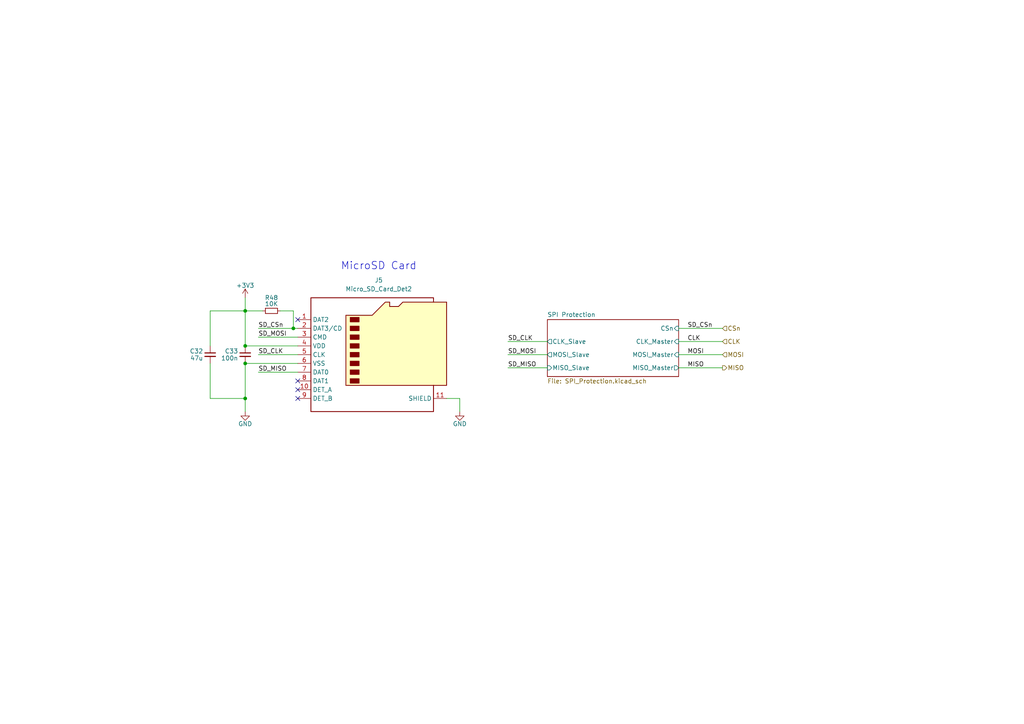
<source format=kicad_sch>
(kicad_sch (version 20231120) (generator "eeschema") (generator_version "8.0")
  (paper "A4")
  (lib_symbols
    (symbol "Connector:Micro_SD_Card_Det2"
      (property "Reference" "J" (at -16.51 17.78 0))
      (property "Value" "Micro_SD_Card_Det2" (at 16.51 17.78 0))
      (symbol "Micro_SD_Card_Det2_0_1"
        (rectangle (start -7.62 -6.985) (end -5.08 -8.255) (stroke (width 0.254)) (fill (type outline)))
        (rectangle (start -7.62 -4.445) (end -5.08 -5.715) (stroke (width 0.254)) (fill (type outline)))
        (rectangle (start -7.62 -1.905) (end -5.08 -3.175) (stroke (width 0.254)) (fill (type outline)))
        (rectangle (start -7.62 0.635) (end -5.08 -0.635) (stroke (width 0.254)) (fill (type outline)))
        (rectangle (start -7.62 3.175) (end -5.08 1.905) (stroke (width 0.254)) (fill (type outline)))
        (rectangle (start -7.62 5.715) (end -5.08 4.445) (stroke (width 0.254)) (fill (type outline)))
        (rectangle (start -7.62 8.255) (end -5.08 6.985) (stroke (width 0.254)) (fill (type outline)))
        (rectangle (start -7.62 10.795) (end -5.08 9.525) (stroke (width 0.254)) (fill (type outline)))
        (polyline (pts (xy 16.51 15.24) (xy 16.51 16.51) (xy -19.05 16.51) (xy -19.05 -16.51) (xy 16.51 -16.51) (xy 16.51 -8.89)) (stroke (width 0.254)))
        (polyline (pts (xy -8.89 -8.89) (xy -8.89 11.43) (xy -1.27 11.43) (xy 2.54 15.24) (xy 3.81 15.24) (xy 3.81 13.97) (xy 6.35 13.97) (xy 7.62 15.24) (xy 20.32 15.24) (xy 20.32 -8.89) (xy -8.89 -8.89)) (stroke (width 0.254)) (fill (type background)))
      )
      (symbol "Micro_SD_Card_Det2_1_1"
        (pin bidirectional line (at -22.86 10.16 0) (length 3.81) (name "DAT2") (number "1"))
        (pin passive line (at -22.86 -10.16 0) (length 3.81) (name "DET_A") (number "10"))
        (pin passive line (at 20.32 -12.7 180) (length 3.81) (name "SHIELD") (number "11"))
        (pin bidirectional line (at -22.86 7.62 0) (length 3.81) (name "DAT3/CD") (number "2"))
        (pin input line (at -22.86 5.08 0) (length 3.81) (name "CMD") (number "3"))
        (pin power_in line (at -22.86 2.54 0) (length 3.81) (name "VDD") (number "4"))
        (pin input line (at -22.86 0 0) (length 3.81) (name "CLK") (number "5"))
        (pin power_in line (at -22.86 -2.54 0) (length 3.81) (name "VSS") (number "6"))
        (pin bidirectional line (at -22.86 -5.08 0) (length 3.81) (name "DAT0") (number "7"))
        (pin bidirectional line (at -22.86 -7.62 0) (length 3.81) (name "DAT1") (number "8"))
        (pin passive line (at -22.86 -12.7 0) (length 3.81) (name "DET_B") (number "9"))
      )
    )
    (symbol "Device:C_Small" (pin_numbers hide) (pin_names (offset 0.254) hide)
      (property "Reference" "C" (at 0.254 1.778 0))
      (property "Value" "C_Small" (at 0.254 -2.032 0))
      (symbol "C_Small_0_1"
        (polyline (pts (xy -1.524 -0.508) (xy 1.524 -0.508)) (stroke (width 0.3302)))
        (polyline (pts (xy -1.524 0.508) (xy 1.524 0.508)) (stroke (width 0.3048)))
      )
      (symbol "C_Small_1_1"
        (pin passive line (at 0 2.54 270) (length 2.032) (name "~") (number "1"))
        (pin passive line (at 0 -2.54 90) (length 2.032) (name "~") (number "2"))
      )
    )
    (symbol "Device:R_Small" (pin_numbers hide) (pin_names (offset 0.254) hide)
      (property "Reference" "R" (at 0.762 0.508 0))
      (property "Value" "R_Small" (at 0.762 -1.016 0))
      (symbol "R_Small_0_1"
        (rectangle (start -0.762 1.778) (end 0.762 -1.778) (stroke (width 0.2032)))
      )
      (symbol "R_Small_1_1"
        (pin passive line (at 0 2.54 270) (length 0.762) (name "~") (number "1"))
        (pin passive line (at 0 -2.54 90) (length 0.762) (name "~") (number "2"))
      )
    )
    (symbol "power:+3.3V" (power) (pin_numbers hide) (pin_names (offset 0) hide)
      (property "Value" "+3.3V" (at 0 3.556 0))
      (symbol "+3.3V_0_1"
        (polyline (pts (xy -0.762 1.27) (xy 0 2.54)))
        (polyline (pts (xy 0 0) (xy 0 2.54)))
        (polyline (pts (xy 0 2.54) (xy 0.762 1.27)))
      )
      (symbol "+3.3V_1_1"
        (pin power_in line (at 0 0 90) (length 0) (name "~") (number "1"))
      )
    )
    (symbol "power:GND" (power) (pin_numbers hide) (pin_names (offset 0) hide)
      (property "Value" "GND" (at 0 -3.81 0))
      (symbol "GND_0_1"
        (polyline (pts (xy 0 0) (xy 0 -1.27) (xy 1.27 -1.27) (xy 0 -2.54) (xy -1.27 -1.27) (xy 0 -1.27)))
      )
      (symbol "GND_1_1"
        (pin power_in line (at 0 0 270) (length 0) (name "~") (number "1"))
      )
    )
  )
  (junction (at 71.12 105.41))
  (junction (at 85.09 95.25))
  (junction (at 71.12 90.17))
  (junction (at 71.12 115.57))
  (junction (at 71.12 100.33))
  (no_connect (at 86.36 110.49))
  (no_connect (at 86.36 92.71))
  (no_connect (at 86.36 115.57))
  (no_connect (at 86.36 113.03))
  (wire (pts (xy 74.93 95.25) (xy 85.09 95.25)))
  (wire (pts (xy 71.12 86.36) (xy 71.12 90.17)))
  (wire (pts (xy 74.93 102.87) (xy 86.36 102.87)))
  (wire (pts (xy 133.35 115.57) (xy 133.35 119.38)))
  (wire (pts (xy 85.09 95.25) (xy 85.09 90.17)))
  (wire (pts (xy 129.54 115.57) (xy 133.35 115.57)))
  (wire (pts (xy 71.12 115.57) (xy 71.12 119.38)))
  (wire (pts (xy 60.96 115.57) (xy 71.12 115.57)))
  (wire (pts (xy 60.96 105.41) (xy 60.96 115.57)))
  (wire (pts (xy 196.85 95.25) (xy 209.55 95.25)))
  (wire (pts (xy 85.09 90.17) (xy 81.28 90.17)))
  (wire (pts (xy 60.96 90.17) (xy 71.12 90.17)))
  (wire (pts (xy 71.12 90.17) (xy 71.12 100.33)))
  (wire (pts (xy 74.93 97.79) (xy 86.36 97.79)))
  (wire (pts (xy 86.36 100.33) (xy 71.12 100.33)))
  (wire (pts (xy 196.85 106.68) (xy 209.55 106.68)))
  (wire (pts (xy 76.2 90.17) (xy 71.12 90.17)))
  (wire (pts (xy 147.32 106.68) (xy 158.75 106.68)))
  (wire (pts (xy 86.36 105.41) (xy 71.12 105.41)))
  (wire (pts (xy 71.12 105.41) (xy 71.12 115.57)))
  (wire (pts (xy 85.09 95.25) (xy 86.36 95.25)))
  (wire (pts (xy 60.96 100.33) (xy 60.96 90.17)))
  (wire (pts (xy 196.85 99.06) (xy 209.55 99.06)))
  (wire (pts (xy 147.32 102.87) (xy 158.75 102.87)))
  (wire (pts (xy 196.85 102.87) (xy 209.55 102.87)))
  (wire (pts (xy 74.93 107.95) (xy 86.36 107.95)))
  (wire (pts (xy 147.32 99.06) (xy 158.75 99.06)))
  (text "MicroSD Card" (at 98.806 78.486 0) (effects (font (size 2.159 2.159)) (justify left bottom)))
  (label "SD_MISO" (at 74.93 107.95 0))
  (label "MISO" (at 199.39 106.68 0))
  (label "SD_CSn" (at 74.93 95.25 0))
  (label "SD_MOSI" (at 147.32 102.87 0))
  (label "SD_CLK" (at 74.93 102.87 0))
  (label "SD_CSn" (at 199.39 95.25 0))
  (label "SD_MISO" (at 147.32 106.68 0))
  (label "CLK" (at 199.39 99.06 0))
  (label "SD_MOSI" (at 74.93 97.79 0))
  (label "MOSI" (at 199.39 102.87 0))
  (label "SD_CLK" (at 147.32 99.06 0))
  (hierarchical_label "MOSI" (shape input) (at 209.55 102.87 0))
  (hierarchical_label "CLK" (shape input) (at 209.55 99.06 0))
  (hierarchical_label "MISO" (shape output) (at 209.55 106.68 0))
  (hierarchical_label "CSn" (shape input) (at 209.55 95.25 0))
  (symbol (lib_id "Device:C_Small") (at 60.96 102.87 0) (mirror y) (unit 1)
    (property "Reference" "C32" (at 58.928 101.854 0) (effects (justify left)))
    (property "Value" "47u" (at 58.928 103.886 0) (effects (justify left)))
    (property "Footprint" "Capacitor_SMD:C_1210_3225Metric" (effects (hide yes)))
    (property "Description" "0.1uF +-10% 50V X7R 0603" (effects (hide yes)))
  )
  (symbol (lib_id "power:GND") (at 133.35 119.38 0) (unit 1)
    (property "Reference" "#PWR081" (effects (hide yes)))
    (property "Value" "GND" (at 133.35 122.936 0))
    (property "Description" "Power symbol creates a global label with name \"GND\" , ground" (effects (hide yes)))
  )
  (symbol (lib_id "Device:R_Small") (at 78.74 90.17 270) (mirror x) (unit 1)
    (property "Reference" "R48" (at 78.74 86.36 90))
    (property "Value" "10K" (at 78.74 88.138 90))
    (property "Footprint" "Resistor_SMD:R_0603_1608Metric" (effects (hide yes)))
    (property "Description" "Resistor, small symbol" (effects (hide yes)))
  )
  (symbol (lib_id "Device:C_Small") (at 71.12 102.87 0) (mirror y) (unit 1)
    (property "Reference" "C33" (at 69.088 101.854 0) (effects (justify left)))
    (property "Value" "100n" (at 69.088 103.886 0) (effects (justify left)))
    (property "Footprint" "Capacitor_SMD:C_0603_1608Metric" (effects (hide yes)))
    (property "Description" "0.1uF +-10% 50V X7R 0603" (effects (hide yes)))
  )
  (symbol (lib_id "Connector:Micro_SD_Card_Det2") (at 109.22 102.87 0) (unit 1)
    (property "Reference" "J5" (at 109.855 81.28 0))
    (property "Value" "Micro_SD_Card_Det2" (at 109.855 83.82 0))
    (property "Footprint" "Connector_Card:microSD_HC_Molex_104031-0811" (effects (hide yes)))
    (property "Datasheet" "https://www.hirose.com/en/product/document?clcode=&productname=&series=DM3&documenttype=Catalog&lang=en&documentid=D49662_en" (effects (hide yes)))
    (property "Description" "Micro SD Card Socket with two card detection pins" (effects (hide yes)))
  )
  (symbol (lib_id "power:GND") (at 71.12 119.38 0) (unit 1)
    (property "Reference" "#PWR080" (effects (hide yes)))
    (property "Value" "GND" (at 71.12 122.936 0))
    (property "Description" "Power symbol creates a global label with name \"GND\" , ground" (effects (hide yes)))
  )
  (symbol (lib_id "power:+3.3V") (at 71.12 86.36 0) (unit 1)
    (property "Reference" "#SUPPLY01" (effects (hide yes)))
    (property "Value" "+3V3" (at 71.12 82.804 0))
    (property "Description" "Power symbol creates a global label with name \"+3.3V\"" (effects (hide yes)))
  )
  (sheet (at 158.75 92.71) (size 38.1 16.51) (stroke (width 0.1524))
    (property "Sheetname" "SPI Protection" (at 158.75 91.9984 0) (effects (justify left bottom)))
    (property "Sheetfile" "SPI_Protection.kicad_sch" (at 158.75 109.8046 0) (effects (justify left top)))
    (pin "MOSI_Slave" output (at 158.75 102.87 180))
    (pin "CLK_Slave" output (at 158.75 99.06 180))
    (pin "MISO_Master" output (at 196.85 106.68 0))
    (pin "MISO_Slave" input (at 158.75 106.68 180))
    (pin "CSn" input (at 196.85 95.25 0))
    (pin "MOSI_Master" input (at 196.85 102.87 0))
    (pin "CLK_Master" input (at 196.85 99.06 0))
  )
)
</source>
